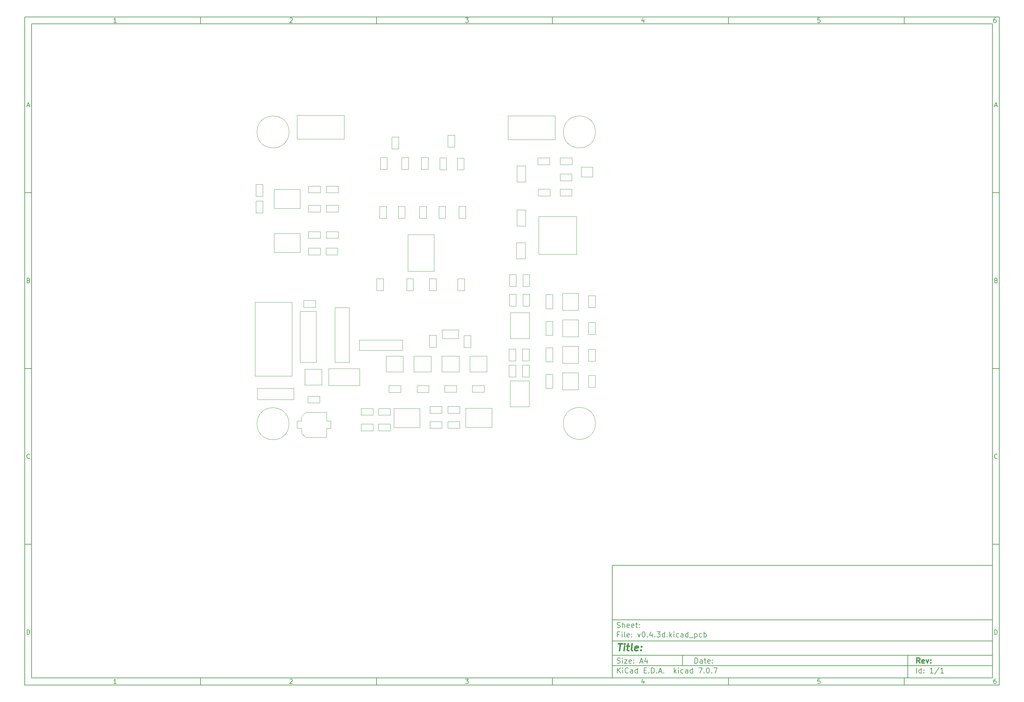
<source format=gbr>
%TF.GenerationSoftware,KiCad,Pcbnew,7.0.7*%
%TF.CreationDate,2024-10-02T11:43:54-03:00*%
%TF.ProjectId,v0.4.3d,76302e34-2e33-4642-9e6b-696361645f70,rev?*%
%TF.SameCoordinates,Original*%
%TF.FileFunction,Other,User*%
%FSLAX46Y46*%
G04 Gerber Fmt 4.6, Leading zero omitted, Abs format (unit mm)*
G04 Created by KiCad (PCBNEW 7.0.7) date 2024-10-02 11:43:54*
%MOMM*%
%LPD*%
G01*
G04 APERTURE LIST*
%ADD10C,0.100000*%
%ADD11C,0.150000*%
%ADD12C,0.300000*%
%ADD13C,0.400000*%
%ADD14C,0.050000*%
G04 APERTURE END LIST*
D10*
D11*
X177002200Y-166007200D02*
X285002200Y-166007200D01*
X285002200Y-198007200D01*
X177002200Y-198007200D01*
X177002200Y-166007200D01*
D10*
D11*
X10000000Y-10000000D02*
X287002200Y-10000000D01*
X287002200Y-200007200D01*
X10000000Y-200007200D01*
X10000000Y-10000000D01*
D10*
D11*
X12000000Y-12000000D02*
X285002200Y-12000000D01*
X285002200Y-198007200D01*
X12000000Y-198007200D01*
X12000000Y-12000000D01*
D10*
D11*
X60000000Y-12000000D02*
X60000000Y-10000000D01*
D10*
D11*
X110000000Y-12000000D02*
X110000000Y-10000000D01*
D10*
D11*
X160000000Y-12000000D02*
X160000000Y-10000000D01*
D10*
D11*
X210000000Y-12000000D02*
X210000000Y-10000000D01*
D10*
D11*
X260000000Y-12000000D02*
X260000000Y-10000000D01*
D10*
D11*
X36089160Y-11593604D02*
X35346303Y-11593604D01*
X35717731Y-11593604D02*
X35717731Y-10293604D01*
X35717731Y-10293604D02*
X35593922Y-10479319D01*
X35593922Y-10479319D02*
X35470112Y-10603128D01*
X35470112Y-10603128D02*
X35346303Y-10665033D01*
D10*
D11*
X85346303Y-10417414D02*
X85408207Y-10355509D01*
X85408207Y-10355509D02*
X85532017Y-10293604D01*
X85532017Y-10293604D02*
X85841541Y-10293604D01*
X85841541Y-10293604D02*
X85965350Y-10355509D01*
X85965350Y-10355509D02*
X86027255Y-10417414D01*
X86027255Y-10417414D02*
X86089160Y-10541223D01*
X86089160Y-10541223D02*
X86089160Y-10665033D01*
X86089160Y-10665033D02*
X86027255Y-10850747D01*
X86027255Y-10850747D02*
X85284398Y-11593604D01*
X85284398Y-11593604D02*
X86089160Y-11593604D01*
D10*
D11*
X135284398Y-10293604D02*
X136089160Y-10293604D01*
X136089160Y-10293604D02*
X135655826Y-10788842D01*
X135655826Y-10788842D02*
X135841541Y-10788842D01*
X135841541Y-10788842D02*
X135965350Y-10850747D01*
X135965350Y-10850747D02*
X136027255Y-10912652D01*
X136027255Y-10912652D02*
X136089160Y-11036461D01*
X136089160Y-11036461D02*
X136089160Y-11345985D01*
X136089160Y-11345985D02*
X136027255Y-11469795D01*
X136027255Y-11469795D02*
X135965350Y-11531700D01*
X135965350Y-11531700D02*
X135841541Y-11593604D01*
X135841541Y-11593604D02*
X135470112Y-11593604D01*
X135470112Y-11593604D02*
X135346303Y-11531700D01*
X135346303Y-11531700D02*
X135284398Y-11469795D01*
D10*
D11*
X185965350Y-10726938D02*
X185965350Y-11593604D01*
X185655826Y-10231700D02*
X185346303Y-11160271D01*
X185346303Y-11160271D02*
X186151064Y-11160271D01*
D10*
D11*
X236027255Y-10293604D02*
X235408207Y-10293604D01*
X235408207Y-10293604D02*
X235346303Y-10912652D01*
X235346303Y-10912652D02*
X235408207Y-10850747D01*
X235408207Y-10850747D02*
X235532017Y-10788842D01*
X235532017Y-10788842D02*
X235841541Y-10788842D01*
X235841541Y-10788842D02*
X235965350Y-10850747D01*
X235965350Y-10850747D02*
X236027255Y-10912652D01*
X236027255Y-10912652D02*
X236089160Y-11036461D01*
X236089160Y-11036461D02*
X236089160Y-11345985D01*
X236089160Y-11345985D02*
X236027255Y-11469795D01*
X236027255Y-11469795D02*
X235965350Y-11531700D01*
X235965350Y-11531700D02*
X235841541Y-11593604D01*
X235841541Y-11593604D02*
X235532017Y-11593604D01*
X235532017Y-11593604D02*
X235408207Y-11531700D01*
X235408207Y-11531700D02*
X235346303Y-11469795D01*
D10*
D11*
X285965350Y-10293604D02*
X285717731Y-10293604D01*
X285717731Y-10293604D02*
X285593922Y-10355509D01*
X285593922Y-10355509D02*
X285532017Y-10417414D01*
X285532017Y-10417414D02*
X285408207Y-10603128D01*
X285408207Y-10603128D02*
X285346303Y-10850747D01*
X285346303Y-10850747D02*
X285346303Y-11345985D01*
X285346303Y-11345985D02*
X285408207Y-11469795D01*
X285408207Y-11469795D02*
X285470112Y-11531700D01*
X285470112Y-11531700D02*
X285593922Y-11593604D01*
X285593922Y-11593604D02*
X285841541Y-11593604D01*
X285841541Y-11593604D02*
X285965350Y-11531700D01*
X285965350Y-11531700D02*
X286027255Y-11469795D01*
X286027255Y-11469795D02*
X286089160Y-11345985D01*
X286089160Y-11345985D02*
X286089160Y-11036461D01*
X286089160Y-11036461D02*
X286027255Y-10912652D01*
X286027255Y-10912652D02*
X285965350Y-10850747D01*
X285965350Y-10850747D02*
X285841541Y-10788842D01*
X285841541Y-10788842D02*
X285593922Y-10788842D01*
X285593922Y-10788842D02*
X285470112Y-10850747D01*
X285470112Y-10850747D02*
X285408207Y-10912652D01*
X285408207Y-10912652D02*
X285346303Y-11036461D01*
D10*
D11*
X60000000Y-198007200D02*
X60000000Y-200007200D01*
D10*
D11*
X110000000Y-198007200D02*
X110000000Y-200007200D01*
D10*
D11*
X160000000Y-198007200D02*
X160000000Y-200007200D01*
D10*
D11*
X210000000Y-198007200D02*
X210000000Y-200007200D01*
D10*
D11*
X260000000Y-198007200D02*
X260000000Y-200007200D01*
D10*
D11*
X36089160Y-199600804D02*
X35346303Y-199600804D01*
X35717731Y-199600804D02*
X35717731Y-198300804D01*
X35717731Y-198300804D02*
X35593922Y-198486519D01*
X35593922Y-198486519D02*
X35470112Y-198610328D01*
X35470112Y-198610328D02*
X35346303Y-198672233D01*
D10*
D11*
X85346303Y-198424614D02*
X85408207Y-198362709D01*
X85408207Y-198362709D02*
X85532017Y-198300804D01*
X85532017Y-198300804D02*
X85841541Y-198300804D01*
X85841541Y-198300804D02*
X85965350Y-198362709D01*
X85965350Y-198362709D02*
X86027255Y-198424614D01*
X86027255Y-198424614D02*
X86089160Y-198548423D01*
X86089160Y-198548423D02*
X86089160Y-198672233D01*
X86089160Y-198672233D02*
X86027255Y-198857947D01*
X86027255Y-198857947D02*
X85284398Y-199600804D01*
X85284398Y-199600804D02*
X86089160Y-199600804D01*
D10*
D11*
X135284398Y-198300804D02*
X136089160Y-198300804D01*
X136089160Y-198300804D02*
X135655826Y-198796042D01*
X135655826Y-198796042D02*
X135841541Y-198796042D01*
X135841541Y-198796042D02*
X135965350Y-198857947D01*
X135965350Y-198857947D02*
X136027255Y-198919852D01*
X136027255Y-198919852D02*
X136089160Y-199043661D01*
X136089160Y-199043661D02*
X136089160Y-199353185D01*
X136089160Y-199353185D02*
X136027255Y-199476995D01*
X136027255Y-199476995D02*
X135965350Y-199538900D01*
X135965350Y-199538900D02*
X135841541Y-199600804D01*
X135841541Y-199600804D02*
X135470112Y-199600804D01*
X135470112Y-199600804D02*
X135346303Y-199538900D01*
X135346303Y-199538900D02*
X135284398Y-199476995D01*
D10*
D11*
X185965350Y-198734138D02*
X185965350Y-199600804D01*
X185655826Y-198238900D02*
X185346303Y-199167471D01*
X185346303Y-199167471D02*
X186151064Y-199167471D01*
D10*
D11*
X236027255Y-198300804D02*
X235408207Y-198300804D01*
X235408207Y-198300804D02*
X235346303Y-198919852D01*
X235346303Y-198919852D02*
X235408207Y-198857947D01*
X235408207Y-198857947D02*
X235532017Y-198796042D01*
X235532017Y-198796042D02*
X235841541Y-198796042D01*
X235841541Y-198796042D02*
X235965350Y-198857947D01*
X235965350Y-198857947D02*
X236027255Y-198919852D01*
X236027255Y-198919852D02*
X236089160Y-199043661D01*
X236089160Y-199043661D02*
X236089160Y-199353185D01*
X236089160Y-199353185D02*
X236027255Y-199476995D01*
X236027255Y-199476995D02*
X235965350Y-199538900D01*
X235965350Y-199538900D02*
X235841541Y-199600804D01*
X235841541Y-199600804D02*
X235532017Y-199600804D01*
X235532017Y-199600804D02*
X235408207Y-199538900D01*
X235408207Y-199538900D02*
X235346303Y-199476995D01*
D10*
D11*
X285965350Y-198300804D02*
X285717731Y-198300804D01*
X285717731Y-198300804D02*
X285593922Y-198362709D01*
X285593922Y-198362709D02*
X285532017Y-198424614D01*
X285532017Y-198424614D02*
X285408207Y-198610328D01*
X285408207Y-198610328D02*
X285346303Y-198857947D01*
X285346303Y-198857947D02*
X285346303Y-199353185D01*
X285346303Y-199353185D02*
X285408207Y-199476995D01*
X285408207Y-199476995D02*
X285470112Y-199538900D01*
X285470112Y-199538900D02*
X285593922Y-199600804D01*
X285593922Y-199600804D02*
X285841541Y-199600804D01*
X285841541Y-199600804D02*
X285965350Y-199538900D01*
X285965350Y-199538900D02*
X286027255Y-199476995D01*
X286027255Y-199476995D02*
X286089160Y-199353185D01*
X286089160Y-199353185D02*
X286089160Y-199043661D01*
X286089160Y-199043661D02*
X286027255Y-198919852D01*
X286027255Y-198919852D02*
X285965350Y-198857947D01*
X285965350Y-198857947D02*
X285841541Y-198796042D01*
X285841541Y-198796042D02*
X285593922Y-198796042D01*
X285593922Y-198796042D02*
X285470112Y-198857947D01*
X285470112Y-198857947D02*
X285408207Y-198919852D01*
X285408207Y-198919852D02*
X285346303Y-199043661D01*
D10*
D11*
X10000000Y-60000000D02*
X12000000Y-60000000D01*
D10*
D11*
X10000000Y-110000000D02*
X12000000Y-110000000D01*
D10*
D11*
X10000000Y-160000000D02*
X12000000Y-160000000D01*
D10*
D11*
X10690476Y-35222176D02*
X11309523Y-35222176D01*
X10566666Y-35593604D02*
X10999999Y-34293604D01*
X10999999Y-34293604D02*
X11433333Y-35593604D01*
D10*
D11*
X11092857Y-84912652D02*
X11278571Y-84974557D01*
X11278571Y-84974557D02*
X11340476Y-85036461D01*
X11340476Y-85036461D02*
X11402380Y-85160271D01*
X11402380Y-85160271D02*
X11402380Y-85345985D01*
X11402380Y-85345985D02*
X11340476Y-85469795D01*
X11340476Y-85469795D02*
X11278571Y-85531700D01*
X11278571Y-85531700D02*
X11154761Y-85593604D01*
X11154761Y-85593604D02*
X10659523Y-85593604D01*
X10659523Y-85593604D02*
X10659523Y-84293604D01*
X10659523Y-84293604D02*
X11092857Y-84293604D01*
X11092857Y-84293604D02*
X11216666Y-84355509D01*
X11216666Y-84355509D02*
X11278571Y-84417414D01*
X11278571Y-84417414D02*
X11340476Y-84541223D01*
X11340476Y-84541223D02*
X11340476Y-84665033D01*
X11340476Y-84665033D02*
X11278571Y-84788842D01*
X11278571Y-84788842D02*
X11216666Y-84850747D01*
X11216666Y-84850747D02*
X11092857Y-84912652D01*
X11092857Y-84912652D02*
X10659523Y-84912652D01*
D10*
D11*
X11402380Y-135469795D02*
X11340476Y-135531700D01*
X11340476Y-135531700D02*
X11154761Y-135593604D01*
X11154761Y-135593604D02*
X11030952Y-135593604D01*
X11030952Y-135593604D02*
X10845238Y-135531700D01*
X10845238Y-135531700D02*
X10721428Y-135407890D01*
X10721428Y-135407890D02*
X10659523Y-135284080D01*
X10659523Y-135284080D02*
X10597619Y-135036461D01*
X10597619Y-135036461D02*
X10597619Y-134850747D01*
X10597619Y-134850747D02*
X10659523Y-134603128D01*
X10659523Y-134603128D02*
X10721428Y-134479319D01*
X10721428Y-134479319D02*
X10845238Y-134355509D01*
X10845238Y-134355509D02*
X11030952Y-134293604D01*
X11030952Y-134293604D02*
X11154761Y-134293604D01*
X11154761Y-134293604D02*
X11340476Y-134355509D01*
X11340476Y-134355509D02*
X11402380Y-134417414D01*
D10*
D11*
X10659523Y-185593604D02*
X10659523Y-184293604D01*
X10659523Y-184293604D02*
X10969047Y-184293604D01*
X10969047Y-184293604D02*
X11154761Y-184355509D01*
X11154761Y-184355509D02*
X11278571Y-184479319D01*
X11278571Y-184479319D02*
X11340476Y-184603128D01*
X11340476Y-184603128D02*
X11402380Y-184850747D01*
X11402380Y-184850747D02*
X11402380Y-185036461D01*
X11402380Y-185036461D02*
X11340476Y-185284080D01*
X11340476Y-185284080D02*
X11278571Y-185407890D01*
X11278571Y-185407890D02*
X11154761Y-185531700D01*
X11154761Y-185531700D02*
X10969047Y-185593604D01*
X10969047Y-185593604D02*
X10659523Y-185593604D01*
D10*
D11*
X287002200Y-60000000D02*
X285002200Y-60000000D01*
D10*
D11*
X287002200Y-110000000D02*
X285002200Y-110000000D01*
D10*
D11*
X287002200Y-160000000D02*
X285002200Y-160000000D01*
D10*
D11*
X285692676Y-35222176D02*
X286311723Y-35222176D01*
X285568866Y-35593604D02*
X286002199Y-34293604D01*
X286002199Y-34293604D02*
X286435533Y-35593604D01*
D10*
D11*
X286095057Y-84912652D02*
X286280771Y-84974557D01*
X286280771Y-84974557D02*
X286342676Y-85036461D01*
X286342676Y-85036461D02*
X286404580Y-85160271D01*
X286404580Y-85160271D02*
X286404580Y-85345985D01*
X286404580Y-85345985D02*
X286342676Y-85469795D01*
X286342676Y-85469795D02*
X286280771Y-85531700D01*
X286280771Y-85531700D02*
X286156961Y-85593604D01*
X286156961Y-85593604D02*
X285661723Y-85593604D01*
X285661723Y-85593604D02*
X285661723Y-84293604D01*
X285661723Y-84293604D02*
X286095057Y-84293604D01*
X286095057Y-84293604D02*
X286218866Y-84355509D01*
X286218866Y-84355509D02*
X286280771Y-84417414D01*
X286280771Y-84417414D02*
X286342676Y-84541223D01*
X286342676Y-84541223D02*
X286342676Y-84665033D01*
X286342676Y-84665033D02*
X286280771Y-84788842D01*
X286280771Y-84788842D02*
X286218866Y-84850747D01*
X286218866Y-84850747D02*
X286095057Y-84912652D01*
X286095057Y-84912652D02*
X285661723Y-84912652D01*
D10*
D11*
X286404580Y-135469795D02*
X286342676Y-135531700D01*
X286342676Y-135531700D02*
X286156961Y-135593604D01*
X286156961Y-135593604D02*
X286033152Y-135593604D01*
X286033152Y-135593604D02*
X285847438Y-135531700D01*
X285847438Y-135531700D02*
X285723628Y-135407890D01*
X285723628Y-135407890D02*
X285661723Y-135284080D01*
X285661723Y-135284080D02*
X285599819Y-135036461D01*
X285599819Y-135036461D02*
X285599819Y-134850747D01*
X285599819Y-134850747D02*
X285661723Y-134603128D01*
X285661723Y-134603128D02*
X285723628Y-134479319D01*
X285723628Y-134479319D02*
X285847438Y-134355509D01*
X285847438Y-134355509D02*
X286033152Y-134293604D01*
X286033152Y-134293604D02*
X286156961Y-134293604D01*
X286156961Y-134293604D02*
X286342676Y-134355509D01*
X286342676Y-134355509D02*
X286404580Y-134417414D01*
D10*
D11*
X285661723Y-185593604D02*
X285661723Y-184293604D01*
X285661723Y-184293604D02*
X285971247Y-184293604D01*
X285971247Y-184293604D02*
X286156961Y-184355509D01*
X286156961Y-184355509D02*
X286280771Y-184479319D01*
X286280771Y-184479319D02*
X286342676Y-184603128D01*
X286342676Y-184603128D02*
X286404580Y-184850747D01*
X286404580Y-184850747D02*
X286404580Y-185036461D01*
X286404580Y-185036461D02*
X286342676Y-185284080D01*
X286342676Y-185284080D02*
X286280771Y-185407890D01*
X286280771Y-185407890D02*
X286156961Y-185531700D01*
X286156961Y-185531700D02*
X285971247Y-185593604D01*
X285971247Y-185593604D02*
X285661723Y-185593604D01*
D10*
D11*
X200458026Y-193793328D02*
X200458026Y-192293328D01*
X200458026Y-192293328D02*
X200815169Y-192293328D01*
X200815169Y-192293328D02*
X201029455Y-192364757D01*
X201029455Y-192364757D02*
X201172312Y-192507614D01*
X201172312Y-192507614D02*
X201243741Y-192650471D01*
X201243741Y-192650471D02*
X201315169Y-192936185D01*
X201315169Y-192936185D02*
X201315169Y-193150471D01*
X201315169Y-193150471D02*
X201243741Y-193436185D01*
X201243741Y-193436185D02*
X201172312Y-193579042D01*
X201172312Y-193579042D02*
X201029455Y-193721900D01*
X201029455Y-193721900D02*
X200815169Y-193793328D01*
X200815169Y-193793328D02*
X200458026Y-193793328D01*
X202600884Y-193793328D02*
X202600884Y-193007614D01*
X202600884Y-193007614D02*
X202529455Y-192864757D01*
X202529455Y-192864757D02*
X202386598Y-192793328D01*
X202386598Y-192793328D02*
X202100884Y-192793328D01*
X202100884Y-192793328D02*
X201958026Y-192864757D01*
X202600884Y-193721900D02*
X202458026Y-193793328D01*
X202458026Y-193793328D02*
X202100884Y-193793328D01*
X202100884Y-193793328D02*
X201958026Y-193721900D01*
X201958026Y-193721900D02*
X201886598Y-193579042D01*
X201886598Y-193579042D02*
X201886598Y-193436185D01*
X201886598Y-193436185D02*
X201958026Y-193293328D01*
X201958026Y-193293328D02*
X202100884Y-193221900D01*
X202100884Y-193221900D02*
X202458026Y-193221900D01*
X202458026Y-193221900D02*
X202600884Y-193150471D01*
X203100884Y-192793328D02*
X203672312Y-192793328D01*
X203315169Y-192293328D02*
X203315169Y-193579042D01*
X203315169Y-193579042D02*
X203386598Y-193721900D01*
X203386598Y-193721900D02*
X203529455Y-193793328D01*
X203529455Y-193793328D02*
X203672312Y-193793328D01*
X204743741Y-193721900D02*
X204600884Y-193793328D01*
X204600884Y-193793328D02*
X204315170Y-193793328D01*
X204315170Y-193793328D02*
X204172312Y-193721900D01*
X204172312Y-193721900D02*
X204100884Y-193579042D01*
X204100884Y-193579042D02*
X204100884Y-193007614D01*
X204100884Y-193007614D02*
X204172312Y-192864757D01*
X204172312Y-192864757D02*
X204315170Y-192793328D01*
X204315170Y-192793328D02*
X204600884Y-192793328D01*
X204600884Y-192793328D02*
X204743741Y-192864757D01*
X204743741Y-192864757D02*
X204815170Y-193007614D01*
X204815170Y-193007614D02*
X204815170Y-193150471D01*
X204815170Y-193150471D02*
X204100884Y-193293328D01*
X205458026Y-193650471D02*
X205529455Y-193721900D01*
X205529455Y-193721900D02*
X205458026Y-193793328D01*
X205458026Y-193793328D02*
X205386598Y-193721900D01*
X205386598Y-193721900D02*
X205458026Y-193650471D01*
X205458026Y-193650471D02*
X205458026Y-193793328D01*
X205458026Y-192864757D02*
X205529455Y-192936185D01*
X205529455Y-192936185D02*
X205458026Y-193007614D01*
X205458026Y-193007614D02*
X205386598Y-192936185D01*
X205386598Y-192936185D02*
X205458026Y-192864757D01*
X205458026Y-192864757D02*
X205458026Y-193007614D01*
D10*
D11*
X177002200Y-194507200D02*
X285002200Y-194507200D01*
D10*
D11*
X178458026Y-196593328D02*
X178458026Y-195093328D01*
X179315169Y-196593328D02*
X178672312Y-195736185D01*
X179315169Y-195093328D02*
X178458026Y-195950471D01*
X179958026Y-196593328D02*
X179958026Y-195593328D01*
X179958026Y-195093328D02*
X179886598Y-195164757D01*
X179886598Y-195164757D02*
X179958026Y-195236185D01*
X179958026Y-195236185D02*
X180029455Y-195164757D01*
X180029455Y-195164757D02*
X179958026Y-195093328D01*
X179958026Y-195093328D02*
X179958026Y-195236185D01*
X181529455Y-196450471D02*
X181458027Y-196521900D01*
X181458027Y-196521900D02*
X181243741Y-196593328D01*
X181243741Y-196593328D02*
X181100884Y-196593328D01*
X181100884Y-196593328D02*
X180886598Y-196521900D01*
X180886598Y-196521900D02*
X180743741Y-196379042D01*
X180743741Y-196379042D02*
X180672312Y-196236185D01*
X180672312Y-196236185D02*
X180600884Y-195950471D01*
X180600884Y-195950471D02*
X180600884Y-195736185D01*
X180600884Y-195736185D02*
X180672312Y-195450471D01*
X180672312Y-195450471D02*
X180743741Y-195307614D01*
X180743741Y-195307614D02*
X180886598Y-195164757D01*
X180886598Y-195164757D02*
X181100884Y-195093328D01*
X181100884Y-195093328D02*
X181243741Y-195093328D01*
X181243741Y-195093328D02*
X181458027Y-195164757D01*
X181458027Y-195164757D02*
X181529455Y-195236185D01*
X182815170Y-196593328D02*
X182815170Y-195807614D01*
X182815170Y-195807614D02*
X182743741Y-195664757D01*
X182743741Y-195664757D02*
X182600884Y-195593328D01*
X182600884Y-195593328D02*
X182315170Y-195593328D01*
X182315170Y-195593328D02*
X182172312Y-195664757D01*
X182815170Y-196521900D02*
X182672312Y-196593328D01*
X182672312Y-196593328D02*
X182315170Y-196593328D01*
X182315170Y-196593328D02*
X182172312Y-196521900D01*
X182172312Y-196521900D02*
X182100884Y-196379042D01*
X182100884Y-196379042D02*
X182100884Y-196236185D01*
X182100884Y-196236185D02*
X182172312Y-196093328D01*
X182172312Y-196093328D02*
X182315170Y-196021900D01*
X182315170Y-196021900D02*
X182672312Y-196021900D01*
X182672312Y-196021900D02*
X182815170Y-195950471D01*
X184172313Y-196593328D02*
X184172313Y-195093328D01*
X184172313Y-196521900D02*
X184029455Y-196593328D01*
X184029455Y-196593328D02*
X183743741Y-196593328D01*
X183743741Y-196593328D02*
X183600884Y-196521900D01*
X183600884Y-196521900D02*
X183529455Y-196450471D01*
X183529455Y-196450471D02*
X183458027Y-196307614D01*
X183458027Y-196307614D02*
X183458027Y-195879042D01*
X183458027Y-195879042D02*
X183529455Y-195736185D01*
X183529455Y-195736185D02*
X183600884Y-195664757D01*
X183600884Y-195664757D02*
X183743741Y-195593328D01*
X183743741Y-195593328D02*
X184029455Y-195593328D01*
X184029455Y-195593328D02*
X184172313Y-195664757D01*
X186029455Y-195807614D02*
X186529455Y-195807614D01*
X186743741Y-196593328D02*
X186029455Y-196593328D01*
X186029455Y-196593328D02*
X186029455Y-195093328D01*
X186029455Y-195093328D02*
X186743741Y-195093328D01*
X187386598Y-196450471D02*
X187458027Y-196521900D01*
X187458027Y-196521900D02*
X187386598Y-196593328D01*
X187386598Y-196593328D02*
X187315170Y-196521900D01*
X187315170Y-196521900D02*
X187386598Y-196450471D01*
X187386598Y-196450471D02*
X187386598Y-196593328D01*
X188100884Y-196593328D02*
X188100884Y-195093328D01*
X188100884Y-195093328D02*
X188458027Y-195093328D01*
X188458027Y-195093328D02*
X188672313Y-195164757D01*
X188672313Y-195164757D02*
X188815170Y-195307614D01*
X188815170Y-195307614D02*
X188886599Y-195450471D01*
X188886599Y-195450471D02*
X188958027Y-195736185D01*
X188958027Y-195736185D02*
X188958027Y-195950471D01*
X188958027Y-195950471D02*
X188886599Y-196236185D01*
X188886599Y-196236185D02*
X188815170Y-196379042D01*
X188815170Y-196379042D02*
X188672313Y-196521900D01*
X188672313Y-196521900D02*
X188458027Y-196593328D01*
X188458027Y-196593328D02*
X188100884Y-196593328D01*
X189600884Y-196450471D02*
X189672313Y-196521900D01*
X189672313Y-196521900D02*
X189600884Y-196593328D01*
X189600884Y-196593328D02*
X189529456Y-196521900D01*
X189529456Y-196521900D02*
X189600884Y-196450471D01*
X189600884Y-196450471D02*
X189600884Y-196593328D01*
X190243742Y-196164757D02*
X190958028Y-196164757D01*
X190100885Y-196593328D02*
X190600885Y-195093328D01*
X190600885Y-195093328D02*
X191100885Y-196593328D01*
X191600884Y-196450471D02*
X191672313Y-196521900D01*
X191672313Y-196521900D02*
X191600884Y-196593328D01*
X191600884Y-196593328D02*
X191529456Y-196521900D01*
X191529456Y-196521900D02*
X191600884Y-196450471D01*
X191600884Y-196450471D02*
X191600884Y-196593328D01*
X194600884Y-196593328D02*
X194600884Y-195093328D01*
X194743742Y-196021900D02*
X195172313Y-196593328D01*
X195172313Y-195593328D02*
X194600884Y-196164757D01*
X195815170Y-196593328D02*
X195815170Y-195593328D01*
X195815170Y-195093328D02*
X195743742Y-195164757D01*
X195743742Y-195164757D02*
X195815170Y-195236185D01*
X195815170Y-195236185D02*
X195886599Y-195164757D01*
X195886599Y-195164757D02*
X195815170Y-195093328D01*
X195815170Y-195093328D02*
X195815170Y-195236185D01*
X197172314Y-196521900D02*
X197029456Y-196593328D01*
X197029456Y-196593328D02*
X196743742Y-196593328D01*
X196743742Y-196593328D02*
X196600885Y-196521900D01*
X196600885Y-196521900D02*
X196529456Y-196450471D01*
X196529456Y-196450471D02*
X196458028Y-196307614D01*
X196458028Y-196307614D02*
X196458028Y-195879042D01*
X196458028Y-195879042D02*
X196529456Y-195736185D01*
X196529456Y-195736185D02*
X196600885Y-195664757D01*
X196600885Y-195664757D02*
X196743742Y-195593328D01*
X196743742Y-195593328D02*
X197029456Y-195593328D01*
X197029456Y-195593328D02*
X197172314Y-195664757D01*
X198458028Y-196593328D02*
X198458028Y-195807614D01*
X198458028Y-195807614D02*
X198386599Y-195664757D01*
X198386599Y-195664757D02*
X198243742Y-195593328D01*
X198243742Y-195593328D02*
X197958028Y-195593328D01*
X197958028Y-195593328D02*
X197815170Y-195664757D01*
X198458028Y-196521900D02*
X198315170Y-196593328D01*
X198315170Y-196593328D02*
X197958028Y-196593328D01*
X197958028Y-196593328D02*
X197815170Y-196521900D01*
X197815170Y-196521900D02*
X197743742Y-196379042D01*
X197743742Y-196379042D02*
X197743742Y-196236185D01*
X197743742Y-196236185D02*
X197815170Y-196093328D01*
X197815170Y-196093328D02*
X197958028Y-196021900D01*
X197958028Y-196021900D02*
X198315170Y-196021900D01*
X198315170Y-196021900D02*
X198458028Y-195950471D01*
X199815171Y-196593328D02*
X199815171Y-195093328D01*
X199815171Y-196521900D02*
X199672313Y-196593328D01*
X199672313Y-196593328D02*
X199386599Y-196593328D01*
X199386599Y-196593328D02*
X199243742Y-196521900D01*
X199243742Y-196521900D02*
X199172313Y-196450471D01*
X199172313Y-196450471D02*
X199100885Y-196307614D01*
X199100885Y-196307614D02*
X199100885Y-195879042D01*
X199100885Y-195879042D02*
X199172313Y-195736185D01*
X199172313Y-195736185D02*
X199243742Y-195664757D01*
X199243742Y-195664757D02*
X199386599Y-195593328D01*
X199386599Y-195593328D02*
X199672313Y-195593328D01*
X199672313Y-195593328D02*
X199815171Y-195664757D01*
X201529456Y-195093328D02*
X202529456Y-195093328D01*
X202529456Y-195093328D02*
X201886599Y-196593328D01*
X203100884Y-196450471D02*
X203172313Y-196521900D01*
X203172313Y-196521900D02*
X203100884Y-196593328D01*
X203100884Y-196593328D02*
X203029456Y-196521900D01*
X203029456Y-196521900D02*
X203100884Y-196450471D01*
X203100884Y-196450471D02*
X203100884Y-196593328D01*
X204100885Y-195093328D02*
X204243742Y-195093328D01*
X204243742Y-195093328D02*
X204386599Y-195164757D01*
X204386599Y-195164757D02*
X204458028Y-195236185D01*
X204458028Y-195236185D02*
X204529456Y-195379042D01*
X204529456Y-195379042D02*
X204600885Y-195664757D01*
X204600885Y-195664757D02*
X204600885Y-196021900D01*
X204600885Y-196021900D02*
X204529456Y-196307614D01*
X204529456Y-196307614D02*
X204458028Y-196450471D01*
X204458028Y-196450471D02*
X204386599Y-196521900D01*
X204386599Y-196521900D02*
X204243742Y-196593328D01*
X204243742Y-196593328D02*
X204100885Y-196593328D01*
X204100885Y-196593328D02*
X203958028Y-196521900D01*
X203958028Y-196521900D02*
X203886599Y-196450471D01*
X203886599Y-196450471D02*
X203815170Y-196307614D01*
X203815170Y-196307614D02*
X203743742Y-196021900D01*
X203743742Y-196021900D02*
X203743742Y-195664757D01*
X203743742Y-195664757D02*
X203815170Y-195379042D01*
X203815170Y-195379042D02*
X203886599Y-195236185D01*
X203886599Y-195236185D02*
X203958028Y-195164757D01*
X203958028Y-195164757D02*
X204100885Y-195093328D01*
X205243741Y-196450471D02*
X205315170Y-196521900D01*
X205315170Y-196521900D02*
X205243741Y-196593328D01*
X205243741Y-196593328D02*
X205172313Y-196521900D01*
X205172313Y-196521900D02*
X205243741Y-196450471D01*
X205243741Y-196450471D02*
X205243741Y-196593328D01*
X205815170Y-195093328D02*
X206815170Y-195093328D01*
X206815170Y-195093328D02*
X206172313Y-196593328D01*
D10*
D11*
X177002200Y-191507200D02*
X285002200Y-191507200D01*
D10*
D12*
X264413853Y-193785528D02*
X263913853Y-193071242D01*
X263556710Y-193785528D02*
X263556710Y-192285528D01*
X263556710Y-192285528D02*
X264128139Y-192285528D01*
X264128139Y-192285528D02*
X264270996Y-192356957D01*
X264270996Y-192356957D02*
X264342425Y-192428385D01*
X264342425Y-192428385D02*
X264413853Y-192571242D01*
X264413853Y-192571242D02*
X264413853Y-192785528D01*
X264413853Y-192785528D02*
X264342425Y-192928385D01*
X264342425Y-192928385D02*
X264270996Y-192999814D01*
X264270996Y-192999814D02*
X264128139Y-193071242D01*
X264128139Y-193071242D02*
X263556710Y-193071242D01*
X265628139Y-193714100D02*
X265485282Y-193785528D01*
X265485282Y-193785528D02*
X265199568Y-193785528D01*
X265199568Y-193785528D02*
X265056710Y-193714100D01*
X265056710Y-193714100D02*
X264985282Y-193571242D01*
X264985282Y-193571242D02*
X264985282Y-192999814D01*
X264985282Y-192999814D02*
X265056710Y-192856957D01*
X265056710Y-192856957D02*
X265199568Y-192785528D01*
X265199568Y-192785528D02*
X265485282Y-192785528D01*
X265485282Y-192785528D02*
X265628139Y-192856957D01*
X265628139Y-192856957D02*
X265699568Y-192999814D01*
X265699568Y-192999814D02*
X265699568Y-193142671D01*
X265699568Y-193142671D02*
X264985282Y-193285528D01*
X266199567Y-192785528D02*
X266556710Y-193785528D01*
X266556710Y-193785528D02*
X266913853Y-192785528D01*
X267485281Y-193642671D02*
X267556710Y-193714100D01*
X267556710Y-193714100D02*
X267485281Y-193785528D01*
X267485281Y-193785528D02*
X267413853Y-193714100D01*
X267413853Y-193714100D02*
X267485281Y-193642671D01*
X267485281Y-193642671D02*
X267485281Y-193785528D01*
X267485281Y-192856957D02*
X267556710Y-192928385D01*
X267556710Y-192928385D02*
X267485281Y-192999814D01*
X267485281Y-192999814D02*
X267413853Y-192928385D01*
X267413853Y-192928385D02*
X267485281Y-192856957D01*
X267485281Y-192856957D02*
X267485281Y-192999814D01*
D10*
D11*
X178386598Y-193721900D02*
X178600884Y-193793328D01*
X178600884Y-193793328D02*
X178958026Y-193793328D01*
X178958026Y-193793328D02*
X179100884Y-193721900D01*
X179100884Y-193721900D02*
X179172312Y-193650471D01*
X179172312Y-193650471D02*
X179243741Y-193507614D01*
X179243741Y-193507614D02*
X179243741Y-193364757D01*
X179243741Y-193364757D02*
X179172312Y-193221900D01*
X179172312Y-193221900D02*
X179100884Y-193150471D01*
X179100884Y-193150471D02*
X178958026Y-193079042D01*
X178958026Y-193079042D02*
X178672312Y-193007614D01*
X178672312Y-193007614D02*
X178529455Y-192936185D01*
X178529455Y-192936185D02*
X178458026Y-192864757D01*
X178458026Y-192864757D02*
X178386598Y-192721900D01*
X178386598Y-192721900D02*
X178386598Y-192579042D01*
X178386598Y-192579042D02*
X178458026Y-192436185D01*
X178458026Y-192436185D02*
X178529455Y-192364757D01*
X178529455Y-192364757D02*
X178672312Y-192293328D01*
X178672312Y-192293328D02*
X179029455Y-192293328D01*
X179029455Y-192293328D02*
X179243741Y-192364757D01*
X179886597Y-193793328D02*
X179886597Y-192793328D01*
X179886597Y-192293328D02*
X179815169Y-192364757D01*
X179815169Y-192364757D02*
X179886597Y-192436185D01*
X179886597Y-192436185D02*
X179958026Y-192364757D01*
X179958026Y-192364757D02*
X179886597Y-192293328D01*
X179886597Y-192293328D02*
X179886597Y-192436185D01*
X180458026Y-192793328D02*
X181243741Y-192793328D01*
X181243741Y-192793328D02*
X180458026Y-193793328D01*
X180458026Y-193793328D02*
X181243741Y-193793328D01*
X182386598Y-193721900D02*
X182243741Y-193793328D01*
X182243741Y-193793328D02*
X181958027Y-193793328D01*
X181958027Y-193793328D02*
X181815169Y-193721900D01*
X181815169Y-193721900D02*
X181743741Y-193579042D01*
X181743741Y-193579042D02*
X181743741Y-193007614D01*
X181743741Y-193007614D02*
X181815169Y-192864757D01*
X181815169Y-192864757D02*
X181958027Y-192793328D01*
X181958027Y-192793328D02*
X182243741Y-192793328D01*
X182243741Y-192793328D02*
X182386598Y-192864757D01*
X182386598Y-192864757D02*
X182458027Y-193007614D01*
X182458027Y-193007614D02*
X182458027Y-193150471D01*
X182458027Y-193150471D02*
X181743741Y-193293328D01*
X183100883Y-193650471D02*
X183172312Y-193721900D01*
X183172312Y-193721900D02*
X183100883Y-193793328D01*
X183100883Y-193793328D02*
X183029455Y-193721900D01*
X183029455Y-193721900D02*
X183100883Y-193650471D01*
X183100883Y-193650471D02*
X183100883Y-193793328D01*
X183100883Y-192864757D02*
X183172312Y-192936185D01*
X183172312Y-192936185D02*
X183100883Y-193007614D01*
X183100883Y-193007614D02*
X183029455Y-192936185D01*
X183029455Y-192936185D02*
X183100883Y-192864757D01*
X183100883Y-192864757D02*
X183100883Y-193007614D01*
X184886598Y-193364757D02*
X185600884Y-193364757D01*
X184743741Y-193793328D02*
X185243741Y-192293328D01*
X185243741Y-192293328D02*
X185743741Y-193793328D01*
X186886598Y-192793328D02*
X186886598Y-193793328D01*
X186529455Y-192221900D02*
X186172312Y-193293328D01*
X186172312Y-193293328D02*
X187100883Y-193293328D01*
D10*
D11*
X263458026Y-196593328D02*
X263458026Y-195093328D01*
X264815170Y-196593328D02*
X264815170Y-195093328D01*
X264815170Y-196521900D02*
X264672312Y-196593328D01*
X264672312Y-196593328D02*
X264386598Y-196593328D01*
X264386598Y-196593328D02*
X264243741Y-196521900D01*
X264243741Y-196521900D02*
X264172312Y-196450471D01*
X264172312Y-196450471D02*
X264100884Y-196307614D01*
X264100884Y-196307614D02*
X264100884Y-195879042D01*
X264100884Y-195879042D02*
X264172312Y-195736185D01*
X264172312Y-195736185D02*
X264243741Y-195664757D01*
X264243741Y-195664757D02*
X264386598Y-195593328D01*
X264386598Y-195593328D02*
X264672312Y-195593328D01*
X264672312Y-195593328D02*
X264815170Y-195664757D01*
X265529455Y-196450471D02*
X265600884Y-196521900D01*
X265600884Y-196521900D02*
X265529455Y-196593328D01*
X265529455Y-196593328D02*
X265458027Y-196521900D01*
X265458027Y-196521900D02*
X265529455Y-196450471D01*
X265529455Y-196450471D02*
X265529455Y-196593328D01*
X265529455Y-195664757D02*
X265600884Y-195736185D01*
X265600884Y-195736185D02*
X265529455Y-195807614D01*
X265529455Y-195807614D02*
X265458027Y-195736185D01*
X265458027Y-195736185D02*
X265529455Y-195664757D01*
X265529455Y-195664757D02*
X265529455Y-195807614D01*
X268172313Y-196593328D02*
X267315170Y-196593328D01*
X267743741Y-196593328D02*
X267743741Y-195093328D01*
X267743741Y-195093328D02*
X267600884Y-195307614D01*
X267600884Y-195307614D02*
X267458027Y-195450471D01*
X267458027Y-195450471D02*
X267315170Y-195521900D01*
X269886598Y-195021900D02*
X268600884Y-196950471D01*
X271172313Y-196593328D02*
X270315170Y-196593328D01*
X270743741Y-196593328D02*
X270743741Y-195093328D01*
X270743741Y-195093328D02*
X270600884Y-195307614D01*
X270600884Y-195307614D02*
X270458027Y-195450471D01*
X270458027Y-195450471D02*
X270315170Y-195521900D01*
D10*
D11*
X177002200Y-187507200D02*
X285002200Y-187507200D01*
D10*
D13*
X178693928Y-188211638D02*
X179836785Y-188211638D01*
X179015357Y-190211638D02*
X179265357Y-188211638D01*
X180253452Y-190211638D02*
X180420119Y-188878304D01*
X180503452Y-188211638D02*
X180396309Y-188306876D01*
X180396309Y-188306876D02*
X180479643Y-188402114D01*
X180479643Y-188402114D02*
X180586786Y-188306876D01*
X180586786Y-188306876D02*
X180503452Y-188211638D01*
X180503452Y-188211638D02*
X180479643Y-188402114D01*
X181086786Y-188878304D02*
X181848690Y-188878304D01*
X181455833Y-188211638D02*
X181241548Y-189925923D01*
X181241548Y-189925923D02*
X181312976Y-190116400D01*
X181312976Y-190116400D02*
X181491548Y-190211638D01*
X181491548Y-190211638D02*
X181682024Y-190211638D01*
X182634405Y-190211638D02*
X182455833Y-190116400D01*
X182455833Y-190116400D02*
X182384405Y-189925923D01*
X182384405Y-189925923D02*
X182598690Y-188211638D01*
X184170119Y-190116400D02*
X183967738Y-190211638D01*
X183967738Y-190211638D02*
X183586785Y-190211638D01*
X183586785Y-190211638D02*
X183408214Y-190116400D01*
X183408214Y-190116400D02*
X183336785Y-189925923D01*
X183336785Y-189925923D02*
X183432024Y-189164019D01*
X183432024Y-189164019D02*
X183551071Y-188973542D01*
X183551071Y-188973542D02*
X183753452Y-188878304D01*
X183753452Y-188878304D02*
X184134404Y-188878304D01*
X184134404Y-188878304D02*
X184312976Y-188973542D01*
X184312976Y-188973542D02*
X184384404Y-189164019D01*
X184384404Y-189164019D02*
X184360595Y-189354495D01*
X184360595Y-189354495D02*
X183384404Y-189544971D01*
X185134405Y-190021161D02*
X185217738Y-190116400D01*
X185217738Y-190116400D02*
X185110595Y-190211638D01*
X185110595Y-190211638D02*
X185027262Y-190116400D01*
X185027262Y-190116400D02*
X185134405Y-190021161D01*
X185134405Y-190021161D02*
X185110595Y-190211638D01*
X185265357Y-188973542D02*
X185348690Y-189068780D01*
X185348690Y-189068780D02*
X185241548Y-189164019D01*
X185241548Y-189164019D02*
X185158214Y-189068780D01*
X185158214Y-189068780D02*
X185265357Y-188973542D01*
X185265357Y-188973542D02*
X185241548Y-189164019D01*
D10*
D11*
X178958026Y-185607614D02*
X178458026Y-185607614D01*
X178458026Y-186393328D02*
X178458026Y-184893328D01*
X178458026Y-184893328D02*
X179172312Y-184893328D01*
X179743740Y-186393328D02*
X179743740Y-185393328D01*
X179743740Y-184893328D02*
X179672312Y-184964757D01*
X179672312Y-184964757D02*
X179743740Y-185036185D01*
X179743740Y-185036185D02*
X179815169Y-184964757D01*
X179815169Y-184964757D02*
X179743740Y-184893328D01*
X179743740Y-184893328D02*
X179743740Y-185036185D01*
X180672312Y-186393328D02*
X180529455Y-186321900D01*
X180529455Y-186321900D02*
X180458026Y-186179042D01*
X180458026Y-186179042D02*
X180458026Y-184893328D01*
X181815169Y-186321900D02*
X181672312Y-186393328D01*
X181672312Y-186393328D02*
X181386598Y-186393328D01*
X181386598Y-186393328D02*
X181243740Y-186321900D01*
X181243740Y-186321900D02*
X181172312Y-186179042D01*
X181172312Y-186179042D02*
X181172312Y-185607614D01*
X181172312Y-185607614D02*
X181243740Y-185464757D01*
X181243740Y-185464757D02*
X181386598Y-185393328D01*
X181386598Y-185393328D02*
X181672312Y-185393328D01*
X181672312Y-185393328D02*
X181815169Y-185464757D01*
X181815169Y-185464757D02*
X181886598Y-185607614D01*
X181886598Y-185607614D02*
X181886598Y-185750471D01*
X181886598Y-185750471D02*
X181172312Y-185893328D01*
X182529454Y-186250471D02*
X182600883Y-186321900D01*
X182600883Y-186321900D02*
X182529454Y-186393328D01*
X182529454Y-186393328D02*
X182458026Y-186321900D01*
X182458026Y-186321900D02*
X182529454Y-186250471D01*
X182529454Y-186250471D02*
X182529454Y-186393328D01*
X182529454Y-185464757D02*
X182600883Y-185536185D01*
X182600883Y-185536185D02*
X182529454Y-185607614D01*
X182529454Y-185607614D02*
X182458026Y-185536185D01*
X182458026Y-185536185D02*
X182529454Y-185464757D01*
X182529454Y-185464757D02*
X182529454Y-185607614D01*
X184243740Y-185393328D02*
X184600883Y-186393328D01*
X184600883Y-186393328D02*
X184958026Y-185393328D01*
X185815169Y-184893328D02*
X185958026Y-184893328D01*
X185958026Y-184893328D02*
X186100883Y-184964757D01*
X186100883Y-184964757D02*
X186172312Y-185036185D01*
X186172312Y-185036185D02*
X186243740Y-185179042D01*
X186243740Y-185179042D02*
X186315169Y-185464757D01*
X186315169Y-185464757D02*
X186315169Y-185821900D01*
X186315169Y-185821900D02*
X186243740Y-186107614D01*
X186243740Y-186107614D02*
X186172312Y-186250471D01*
X186172312Y-186250471D02*
X186100883Y-186321900D01*
X186100883Y-186321900D02*
X185958026Y-186393328D01*
X185958026Y-186393328D02*
X185815169Y-186393328D01*
X185815169Y-186393328D02*
X185672312Y-186321900D01*
X185672312Y-186321900D02*
X185600883Y-186250471D01*
X185600883Y-186250471D02*
X185529454Y-186107614D01*
X185529454Y-186107614D02*
X185458026Y-185821900D01*
X185458026Y-185821900D02*
X185458026Y-185464757D01*
X185458026Y-185464757D02*
X185529454Y-185179042D01*
X185529454Y-185179042D02*
X185600883Y-185036185D01*
X185600883Y-185036185D02*
X185672312Y-184964757D01*
X185672312Y-184964757D02*
X185815169Y-184893328D01*
X186958025Y-186250471D02*
X187029454Y-186321900D01*
X187029454Y-186321900D02*
X186958025Y-186393328D01*
X186958025Y-186393328D02*
X186886597Y-186321900D01*
X186886597Y-186321900D02*
X186958025Y-186250471D01*
X186958025Y-186250471D02*
X186958025Y-186393328D01*
X188315169Y-185393328D02*
X188315169Y-186393328D01*
X187958026Y-184821900D02*
X187600883Y-185893328D01*
X187600883Y-185893328D02*
X188529454Y-185893328D01*
X189100882Y-186250471D02*
X189172311Y-186321900D01*
X189172311Y-186321900D02*
X189100882Y-186393328D01*
X189100882Y-186393328D02*
X189029454Y-186321900D01*
X189029454Y-186321900D02*
X189100882Y-186250471D01*
X189100882Y-186250471D02*
X189100882Y-186393328D01*
X189672311Y-184893328D02*
X190600883Y-184893328D01*
X190600883Y-184893328D02*
X190100883Y-185464757D01*
X190100883Y-185464757D02*
X190315168Y-185464757D01*
X190315168Y-185464757D02*
X190458026Y-185536185D01*
X190458026Y-185536185D02*
X190529454Y-185607614D01*
X190529454Y-185607614D02*
X190600883Y-185750471D01*
X190600883Y-185750471D02*
X190600883Y-186107614D01*
X190600883Y-186107614D02*
X190529454Y-186250471D01*
X190529454Y-186250471D02*
X190458026Y-186321900D01*
X190458026Y-186321900D02*
X190315168Y-186393328D01*
X190315168Y-186393328D02*
X189886597Y-186393328D01*
X189886597Y-186393328D02*
X189743740Y-186321900D01*
X189743740Y-186321900D02*
X189672311Y-186250471D01*
X191886597Y-186393328D02*
X191886597Y-184893328D01*
X191886597Y-186321900D02*
X191743739Y-186393328D01*
X191743739Y-186393328D02*
X191458025Y-186393328D01*
X191458025Y-186393328D02*
X191315168Y-186321900D01*
X191315168Y-186321900D02*
X191243739Y-186250471D01*
X191243739Y-186250471D02*
X191172311Y-186107614D01*
X191172311Y-186107614D02*
X191172311Y-185679042D01*
X191172311Y-185679042D02*
X191243739Y-185536185D01*
X191243739Y-185536185D02*
X191315168Y-185464757D01*
X191315168Y-185464757D02*
X191458025Y-185393328D01*
X191458025Y-185393328D02*
X191743739Y-185393328D01*
X191743739Y-185393328D02*
X191886597Y-185464757D01*
X192600882Y-186250471D02*
X192672311Y-186321900D01*
X192672311Y-186321900D02*
X192600882Y-186393328D01*
X192600882Y-186393328D02*
X192529454Y-186321900D01*
X192529454Y-186321900D02*
X192600882Y-186250471D01*
X192600882Y-186250471D02*
X192600882Y-186393328D01*
X193315168Y-186393328D02*
X193315168Y-184893328D01*
X193458026Y-185821900D02*
X193886597Y-186393328D01*
X193886597Y-185393328D02*
X193315168Y-185964757D01*
X194529454Y-186393328D02*
X194529454Y-185393328D01*
X194529454Y-184893328D02*
X194458026Y-184964757D01*
X194458026Y-184964757D02*
X194529454Y-185036185D01*
X194529454Y-185036185D02*
X194600883Y-184964757D01*
X194600883Y-184964757D02*
X194529454Y-184893328D01*
X194529454Y-184893328D02*
X194529454Y-185036185D01*
X195886598Y-186321900D02*
X195743740Y-186393328D01*
X195743740Y-186393328D02*
X195458026Y-186393328D01*
X195458026Y-186393328D02*
X195315169Y-186321900D01*
X195315169Y-186321900D02*
X195243740Y-186250471D01*
X195243740Y-186250471D02*
X195172312Y-186107614D01*
X195172312Y-186107614D02*
X195172312Y-185679042D01*
X195172312Y-185679042D02*
X195243740Y-185536185D01*
X195243740Y-185536185D02*
X195315169Y-185464757D01*
X195315169Y-185464757D02*
X195458026Y-185393328D01*
X195458026Y-185393328D02*
X195743740Y-185393328D01*
X195743740Y-185393328D02*
X195886598Y-185464757D01*
X197172312Y-186393328D02*
X197172312Y-185607614D01*
X197172312Y-185607614D02*
X197100883Y-185464757D01*
X197100883Y-185464757D02*
X196958026Y-185393328D01*
X196958026Y-185393328D02*
X196672312Y-185393328D01*
X196672312Y-185393328D02*
X196529454Y-185464757D01*
X197172312Y-186321900D02*
X197029454Y-186393328D01*
X197029454Y-186393328D02*
X196672312Y-186393328D01*
X196672312Y-186393328D02*
X196529454Y-186321900D01*
X196529454Y-186321900D02*
X196458026Y-186179042D01*
X196458026Y-186179042D02*
X196458026Y-186036185D01*
X196458026Y-186036185D02*
X196529454Y-185893328D01*
X196529454Y-185893328D02*
X196672312Y-185821900D01*
X196672312Y-185821900D02*
X197029454Y-185821900D01*
X197029454Y-185821900D02*
X197172312Y-185750471D01*
X198529455Y-186393328D02*
X198529455Y-184893328D01*
X198529455Y-186321900D02*
X198386597Y-186393328D01*
X198386597Y-186393328D02*
X198100883Y-186393328D01*
X198100883Y-186393328D02*
X197958026Y-186321900D01*
X197958026Y-186321900D02*
X197886597Y-186250471D01*
X197886597Y-186250471D02*
X197815169Y-186107614D01*
X197815169Y-186107614D02*
X197815169Y-185679042D01*
X197815169Y-185679042D02*
X197886597Y-185536185D01*
X197886597Y-185536185D02*
X197958026Y-185464757D01*
X197958026Y-185464757D02*
X198100883Y-185393328D01*
X198100883Y-185393328D02*
X198386597Y-185393328D01*
X198386597Y-185393328D02*
X198529455Y-185464757D01*
X198886598Y-186536185D02*
X200029455Y-186536185D01*
X200386597Y-185393328D02*
X200386597Y-186893328D01*
X200386597Y-185464757D02*
X200529455Y-185393328D01*
X200529455Y-185393328D02*
X200815169Y-185393328D01*
X200815169Y-185393328D02*
X200958026Y-185464757D01*
X200958026Y-185464757D02*
X201029455Y-185536185D01*
X201029455Y-185536185D02*
X201100883Y-185679042D01*
X201100883Y-185679042D02*
X201100883Y-186107614D01*
X201100883Y-186107614D02*
X201029455Y-186250471D01*
X201029455Y-186250471D02*
X200958026Y-186321900D01*
X200958026Y-186321900D02*
X200815169Y-186393328D01*
X200815169Y-186393328D02*
X200529455Y-186393328D01*
X200529455Y-186393328D02*
X200386597Y-186321900D01*
X202386598Y-186321900D02*
X202243740Y-186393328D01*
X202243740Y-186393328D02*
X201958026Y-186393328D01*
X201958026Y-186393328D02*
X201815169Y-186321900D01*
X201815169Y-186321900D02*
X201743740Y-186250471D01*
X201743740Y-186250471D02*
X201672312Y-186107614D01*
X201672312Y-186107614D02*
X201672312Y-185679042D01*
X201672312Y-185679042D02*
X201743740Y-185536185D01*
X201743740Y-185536185D02*
X201815169Y-185464757D01*
X201815169Y-185464757D02*
X201958026Y-185393328D01*
X201958026Y-185393328D02*
X202243740Y-185393328D01*
X202243740Y-185393328D02*
X202386598Y-185464757D01*
X203029454Y-186393328D02*
X203029454Y-184893328D01*
X203029454Y-185464757D02*
X203172312Y-185393328D01*
X203172312Y-185393328D02*
X203458026Y-185393328D01*
X203458026Y-185393328D02*
X203600883Y-185464757D01*
X203600883Y-185464757D02*
X203672312Y-185536185D01*
X203672312Y-185536185D02*
X203743740Y-185679042D01*
X203743740Y-185679042D02*
X203743740Y-186107614D01*
X203743740Y-186107614D02*
X203672312Y-186250471D01*
X203672312Y-186250471D02*
X203600883Y-186321900D01*
X203600883Y-186321900D02*
X203458026Y-186393328D01*
X203458026Y-186393328D02*
X203172312Y-186393328D01*
X203172312Y-186393328D02*
X203029454Y-186321900D01*
D10*
D11*
X177002200Y-181507200D02*
X285002200Y-181507200D01*
D10*
D11*
X178386598Y-183621900D02*
X178600884Y-183693328D01*
X178600884Y-183693328D02*
X178958026Y-183693328D01*
X178958026Y-183693328D02*
X179100884Y-183621900D01*
X179100884Y-183621900D02*
X179172312Y-183550471D01*
X179172312Y-183550471D02*
X179243741Y-183407614D01*
X179243741Y-183407614D02*
X179243741Y-183264757D01*
X179243741Y-183264757D02*
X179172312Y-183121900D01*
X179172312Y-183121900D02*
X179100884Y-183050471D01*
X179100884Y-183050471D02*
X178958026Y-182979042D01*
X178958026Y-182979042D02*
X178672312Y-182907614D01*
X178672312Y-182907614D02*
X178529455Y-182836185D01*
X178529455Y-182836185D02*
X178458026Y-182764757D01*
X178458026Y-182764757D02*
X178386598Y-182621900D01*
X178386598Y-182621900D02*
X178386598Y-182479042D01*
X178386598Y-182479042D02*
X178458026Y-182336185D01*
X178458026Y-182336185D02*
X178529455Y-182264757D01*
X178529455Y-182264757D02*
X178672312Y-182193328D01*
X178672312Y-182193328D02*
X179029455Y-182193328D01*
X179029455Y-182193328D02*
X179243741Y-182264757D01*
X179886597Y-183693328D02*
X179886597Y-182193328D01*
X180529455Y-183693328D02*
X180529455Y-182907614D01*
X180529455Y-182907614D02*
X180458026Y-182764757D01*
X180458026Y-182764757D02*
X180315169Y-182693328D01*
X180315169Y-182693328D02*
X180100883Y-182693328D01*
X180100883Y-182693328D02*
X179958026Y-182764757D01*
X179958026Y-182764757D02*
X179886597Y-182836185D01*
X181815169Y-183621900D02*
X181672312Y-183693328D01*
X181672312Y-183693328D02*
X181386598Y-183693328D01*
X181386598Y-183693328D02*
X181243740Y-183621900D01*
X181243740Y-183621900D02*
X181172312Y-183479042D01*
X181172312Y-183479042D02*
X181172312Y-182907614D01*
X181172312Y-182907614D02*
X181243740Y-182764757D01*
X181243740Y-182764757D02*
X181386598Y-182693328D01*
X181386598Y-182693328D02*
X181672312Y-182693328D01*
X181672312Y-182693328D02*
X181815169Y-182764757D01*
X181815169Y-182764757D02*
X181886598Y-182907614D01*
X181886598Y-182907614D02*
X181886598Y-183050471D01*
X181886598Y-183050471D02*
X181172312Y-183193328D01*
X183100883Y-183621900D02*
X182958026Y-183693328D01*
X182958026Y-183693328D02*
X182672312Y-183693328D01*
X182672312Y-183693328D02*
X182529454Y-183621900D01*
X182529454Y-183621900D02*
X182458026Y-183479042D01*
X182458026Y-183479042D02*
X182458026Y-182907614D01*
X182458026Y-182907614D02*
X182529454Y-182764757D01*
X182529454Y-182764757D02*
X182672312Y-182693328D01*
X182672312Y-182693328D02*
X182958026Y-182693328D01*
X182958026Y-182693328D02*
X183100883Y-182764757D01*
X183100883Y-182764757D02*
X183172312Y-182907614D01*
X183172312Y-182907614D02*
X183172312Y-183050471D01*
X183172312Y-183050471D02*
X182458026Y-183193328D01*
X183600883Y-182693328D02*
X184172311Y-182693328D01*
X183815168Y-182193328D02*
X183815168Y-183479042D01*
X183815168Y-183479042D02*
X183886597Y-183621900D01*
X183886597Y-183621900D02*
X184029454Y-183693328D01*
X184029454Y-183693328D02*
X184172311Y-183693328D01*
X184672311Y-183550471D02*
X184743740Y-183621900D01*
X184743740Y-183621900D02*
X184672311Y-183693328D01*
X184672311Y-183693328D02*
X184600883Y-183621900D01*
X184600883Y-183621900D02*
X184672311Y-183550471D01*
X184672311Y-183550471D02*
X184672311Y-183693328D01*
X184672311Y-182764757D02*
X184743740Y-182836185D01*
X184743740Y-182836185D02*
X184672311Y-182907614D01*
X184672311Y-182907614D02*
X184600883Y-182836185D01*
X184600883Y-182836185D02*
X184672311Y-182764757D01*
X184672311Y-182764757D02*
X184672311Y-182907614D01*
D10*
D12*
D10*
D11*
D10*
D11*
D10*
D11*
D10*
D11*
D10*
D11*
X197002200Y-191507200D02*
X197002200Y-194507200D01*
D10*
D11*
X261002200Y-191507200D02*
X261002200Y-198007200D01*
D14*
%TO.C,U10*%
X147922000Y-120856000D02*
X153322000Y-120856000D01*
X147922000Y-113456000D02*
X147922000Y-120856000D01*
X153322000Y-113456000D02*
X147922000Y-113456000D01*
X153322000Y-120856000D02*
X153322000Y-113456000D01*
%TO.C,U7*%
X80882000Y-59022000D02*
X80882000Y-64422000D01*
X88282000Y-59022000D02*
X80882000Y-59022000D01*
X88282000Y-64422000D02*
X88282000Y-59022000D01*
X80882000Y-64422000D02*
X88282000Y-64422000D01*
%TO.C,U4*%
X148049000Y-101490000D02*
X153449000Y-101490000D01*
X148049000Y-94090000D02*
X148049000Y-101490000D01*
X153449000Y-94090000D02*
X148049000Y-94090000D01*
X153449000Y-101490000D02*
X153449000Y-94090000D01*
%TO.C,U3*%
X80882000Y-71595000D02*
X80882000Y-76995000D01*
X88282000Y-71595000D02*
X80882000Y-71595000D01*
X88282000Y-76995000D02*
X88282000Y-71595000D01*
X80882000Y-76995000D02*
X88282000Y-76995000D01*
%TO.C,R63*%
X75758000Y-65688000D02*
X75758000Y-62328000D01*
X75758000Y-62328000D02*
X77658000Y-62328000D01*
X77658000Y-65688000D02*
X75758000Y-65688000D01*
X77658000Y-62328000D02*
X77658000Y-65688000D01*
%TO.C,R62*%
X77658000Y-57629000D02*
X77658000Y-60989000D01*
X77658000Y-60989000D02*
X75758000Y-60989000D01*
X75758000Y-57629000D02*
X77658000Y-57629000D01*
X75758000Y-60989000D02*
X75758000Y-57629000D01*
%TO.C,C21*%
X89802000Y-129534000D02*
X95752000Y-129534000D01*
X95752000Y-124934000D02*
X97002000Y-124934000D01*
X88652000Y-128384000D02*
X89802000Y-129534000D01*
X97002000Y-127034000D02*
X95752000Y-127034000D01*
X89802000Y-122434000D02*
X95752000Y-122434000D01*
X88652000Y-124934000D02*
X87402000Y-124934000D01*
X88652000Y-123584000D02*
X89802000Y-122434000D01*
X88652000Y-127034000D02*
X88652000Y-128384000D01*
X87402000Y-124934000D02*
X87402000Y-127034000D01*
X95752000Y-127034000D02*
X95752000Y-129534000D01*
X88652000Y-123584000D02*
X88652000Y-124934000D01*
X87402000Y-127034000D02*
X88652000Y-127034000D01*
X95752000Y-122434000D02*
X95752000Y-124934000D01*
X97002000Y-124934000D02*
X97002000Y-127034000D01*
%TO.C,C16*%
X165530000Y-52034000D02*
X162130000Y-52034000D01*
X165530000Y-50074000D02*
X165530000Y-52034000D01*
X162130000Y-52034000D02*
X162130000Y-50074000D01*
X162130000Y-50074000D02*
X165530000Y-50074000D01*
%TO.C,R8*%
X133649900Y-126967000D02*
X130289900Y-126967000D01*
X133649900Y-125067000D02*
X133649900Y-126967000D01*
X130289900Y-126967000D02*
X130289900Y-125067000D01*
X130289900Y-125067000D02*
X133649900Y-125067000D01*
%TO.C,D2*%
X136525000Y-106450000D02*
X136525000Y-110950000D01*
X136525000Y-110950000D02*
X141375000Y-110950000D01*
X141375000Y-106450000D02*
X136525000Y-106450000D01*
X141375000Y-110950000D02*
X141375000Y-106450000D01*
%TO.C,D9*%
X112694800Y-106450000D02*
X112694800Y-110950000D01*
X112694800Y-110950000D02*
X117544800Y-110950000D01*
X117544800Y-106450000D02*
X112694800Y-106450000D01*
X117544800Y-110950000D02*
X117544800Y-106450000D01*
%TO.C,D7*%
X167350000Y-96127000D02*
X162850000Y-96127000D01*
X162850000Y-96127000D02*
X162850000Y-100977000D01*
X167350000Y-100977000D02*
X167350000Y-96127000D01*
X162850000Y-100977000D02*
X167350000Y-100977000D01*
%TO.C,J5*%
X160751000Y-44904000D02*
X160751000Y-38154000D01*
X160751000Y-38154000D02*
X147351000Y-38154000D01*
X147351000Y-44904000D02*
X160751000Y-44904000D01*
X147351000Y-38154000D02*
X147351000Y-44904000D01*
%TO.C,C23*%
X155780000Y-50074000D02*
X159180000Y-50074000D01*
X155780000Y-52034000D02*
X155780000Y-50074000D01*
X159180000Y-50074000D02*
X159180000Y-52034000D01*
X159180000Y-52034000D02*
X155780000Y-52034000D01*
%TO.C,R13*%
X90649000Y-75758000D02*
X94009000Y-75758000D01*
X90649000Y-77658000D02*
X90649000Y-75758000D01*
X94009000Y-75758000D02*
X94009000Y-77658000D01*
X94009000Y-77658000D02*
X90649000Y-77658000D01*
%TO.C,R22*%
X113885000Y-127675000D02*
X110525000Y-127675000D01*
X113885000Y-125775000D02*
X113885000Y-127675000D01*
X110525000Y-127675000D02*
X110525000Y-125775000D01*
X110525000Y-125775000D02*
X113885000Y-125775000D01*
%TO.C,R32*%
X116183250Y-67212000D02*
X116183250Y-63852000D01*
X118083250Y-67212000D02*
X116183250Y-67212000D01*
X116183250Y-63852000D02*
X118083250Y-63852000D01*
X118083250Y-63852000D02*
X118083250Y-67212000D01*
%TO.C,R3*%
X128553000Y-122698400D02*
X125193000Y-122698400D01*
X128553000Y-120798400D02*
X128553000Y-122698400D01*
X125193000Y-122698400D02*
X125193000Y-120798400D01*
X125193000Y-120798400D02*
X128553000Y-120798400D01*
%TO.C,H1*%
X172200000Y-125610000D02*
G75*
G03*
X172200000Y-125610000I-4550000J0D01*
G01*
X85130000Y-125700000D02*
G75*
G03*
X85130000Y-125700000I-4550000J0D01*
G01*
%TO.C,D3*%
X167350000Y-88593334D02*
X162850000Y-88593334D01*
X162850000Y-88593334D02*
X162850000Y-93443334D01*
X167350000Y-93443334D02*
X167350000Y-88593334D01*
X162850000Y-93443334D02*
X167350000Y-93443334D01*
%TO.C,R38*%
X113010300Y-49985200D02*
X113010300Y-53345200D01*
X111110300Y-49985200D02*
X113010300Y-49985200D01*
X113010300Y-53345200D02*
X111110300Y-53345200D01*
X111110300Y-53345200D02*
X111110300Y-49985200D01*
%TO.C,Q7*%
X171399000Y-55502000D02*
X171399000Y-52702000D01*
X171399000Y-55502000D02*
X168199000Y-55502000D01*
X171399000Y-52702000D02*
X168199000Y-52702000D01*
X168199000Y-52702000D02*
X168199000Y-55502000D01*
%TO.C,R57*%
X95729000Y-58105000D02*
X99089000Y-58105000D01*
X95729000Y-60005000D02*
X95729000Y-58105000D01*
X99089000Y-58105000D02*
X99089000Y-60005000D01*
X99089000Y-60005000D02*
X95729000Y-60005000D01*
%TO.C,JP3*%
X149753000Y-78754000D02*
X152253000Y-78754000D01*
X149753000Y-78754000D02*
X149753000Y-74154000D01*
X152253000Y-74154000D02*
X152253000Y-78754000D01*
X152253000Y-74154000D02*
X149753000Y-74154000D01*
%TO.C,D10*%
X120638200Y-106450000D02*
X120638200Y-110950000D01*
X120638200Y-110950000D02*
X125488200Y-110950000D01*
X125488200Y-106450000D02*
X120638200Y-106450000D01*
X125488200Y-110950000D02*
X125488200Y-106450000D01*
%TO.C,R16*%
X153350000Y-104427000D02*
X153350000Y-107787000D01*
X151450000Y-104427000D02*
X153350000Y-104427000D01*
X153350000Y-107787000D02*
X151450000Y-107787000D01*
X151450000Y-107787000D02*
X151450000Y-104427000D01*
%TO.C,U2*%
X114918000Y-121379000D02*
X114918000Y-126779000D01*
X114918000Y-126779000D02*
X122318000Y-126779000D01*
X122318000Y-121379000D02*
X114918000Y-121379000D01*
X122318000Y-126779000D02*
X122318000Y-121379000D01*
%TO.C,R1*%
X151577000Y-86643000D02*
X151577000Y-83283000D01*
X153477000Y-86643000D02*
X151577000Y-86643000D01*
X151577000Y-83283000D02*
X153477000Y-83283000D01*
X153477000Y-83283000D02*
X153477000Y-86643000D01*
%TO.C,R27*%
X95602000Y-75758000D02*
X98962000Y-75758000D01*
X95602000Y-77658000D02*
X95602000Y-75758000D01*
X98962000Y-75758000D02*
X98962000Y-77658000D01*
X98962000Y-77658000D02*
X95602000Y-77658000D01*
%TO.C,R37*%
X132958800Y-53470600D02*
X132958800Y-50110600D01*
X134858800Y-53470600D02*
X132958800Y-53470600D01*
X132958800Y-50110600D02*
X134858800Y-50110600D01*
X134858800Y-50110600D02*
X134858800Y-53470600D01*
%TO.C,R19*%
X108995000Y-123251000D02*
X105635000Y-123251000D01*
X108995000Y-121351000D02*
X108995000Y-123251000D01*
X105635000Y-123251000D02*
X105635000Y-121351000D01*
X105635000Y-121351000D02*
X108995000Y-121351000D01*
%TO.C,R34*%
X129829600Y-50085200D02*
X129829600Y-53445200D01*
X127929600Y-50085200D02*
X129829600Y-50085200D01*
X129829600Y-53445200D02*
X127929600Y-53445200D01*
X127929600Y-53445200D02*
X127929600Y-50085200D01*
%TO.C,D15*%
X98153000Y-108257000D02*
X102253000Y-108257000D01*
X102253000Y-108257000D02*
X102253000Y-92657000D01*
X98153000Y-92657000D02*
X98153000Y-108257000D01*
X102253000Y-92657000D02*
X98153000Y-92657000D01*
%TO.C,R12*%
X137229700Y-114811200D02*
X140589700Y-114811200D01*
X137229700Y-116711200D02*
X137229700Y-114811200D01*
X140589700Y-114811200D02*
X140589700Y-116711200D01*
X140589700Y-116711200D02*
X137229700Y-116711200D01*
%TO.C,R11*%
X129354032Y-114811200D02*
X132714032Y-114811200D01*
X129354032Y-116711200D02*
X129354032Y-114811200D01*
X132714032Y-114811200D02*
X132714032Y-116711200D01*
X132714032Y-116711200D02*
X129354032Y-116711200D01*
%TO.C,JP2*%
X149880000Y-69483000D02*
X152380000Y-69483000D01*
X149880000Y-69483000D02*
X149880000Y-64883000D01*
X152380000Y-64883000D02*
X152380000Y-69483000D01*
X152380000Y-64883000D02*
X149880000Y-64883000D01*
%TO.C,R21*%
X113914300Y-123255400D02*
X110554300Y-123255400D01*
X113914300Y-121355400D02*
X113914300Y-123255400D01*
X110554300Y-123255400D02*
X110554300Y-121355400D01*
X110554300Y-121355400D02*
X113914300Y-121355400D01*
%TO.C,R9*%
X170246000Y-92612000D02*
X170246000Y-89252000D01*
X172146000Y-92612000D02*
X170246000Y-92612000D01*
X170246000Y-89252000D02*
X172146000Y-89252000D01*
X172146000Y-89252000D02*
X172146000Y-92612000D01*
%TO.C,C9*%
X117130000Y-53389000D02*
X117130000Y-49989000D01*
X119090000Y-53389000D02*
X117130000Y-53389000D01*
X117130000Y-49989000D02*
X119090000Y-49989000D01*
X119090000Y-49989000D02*
X119090000Y-53389000D01*
%TO.C,R52*%
X120457000Y-84426000D02*
X120457000Y-87786000D01*
X118557000Y-84426000D02*
X120457000Y-84426000D01*
X120457000Y-87786000D02*
X118557000Y-87786000D01*
X118557000Y-87786000D02*
X118557000Y-84426000D01*
%TO.C,R33*%
X124648000Y-49985500D02*
X124648000Y-53345500D01*
X122748000Y-49985500D02*
X124648000Y-49985500D01*
X124648000Y-53345500D02*
X122748000Y-53345500D01*
X122748000Y-53345500D02*
X122748000Y-49985500D01*
%TO.C,R18*%
X151450000Y-112359000D02*
X151450000Y-108999000D01*
X153350000Y-112359000D02*
X151450000Y-112359000D01*
X151450000Y-108999000D02*
X153350000Y-108999000D01*
X153350000Y-108999000D02*
X153350000Y-112359000D01*
%TO.C,R24*%
X170246000Y-107852000D02*
X170246000Y-104492000D01*
X172146000Y-107852000D02*
X170246000Y-107852000D01*
X170246000Y-104492000D02*
X172146000Y-104492000D01*
X172146000Y-104492000D02*
X172146000Y-107852000D01*
%TO.C,U11*%
X135365000Y-121252000D02*
X135365000Y-126652000D01*
X135365000Y-126652000D02*
X142765000Y-126652000D01*
X142765000Y-121252000D02*
X135365000Y-121252000D01*
X142765000Y-126652000D02*
X142765000Y-121252000D01*
%TO.C,D6*%
X158112000Y-115636534D02*
X160012000Y-115636534D01*
X158112000Y-115636534D02*
X158112000Y-111636534D01*
X160012000Y-115636534D02*
X160012000Y-111636534D01*
X158112000Y-111636534D02*
X160012000Y-111636534D01*
%TO.C,D5*%
X158112000Y-108075800D02*
X160012000Y-108075800D01*
X158112000Y-108075800D02*
X158112000Y-104075800D01*
X160012000Y-108075800D02*
X160012000Y-104075800D01*
X158112000Y-104075800D02*
X160012000Y-104075800D01*
%TO.C,D14*%
X76120000Y-115621000D02*
X76120000Y-118821000D01*
X76120000Y-118821000D02*
X86440000Y-118821000D01*
X86440000Y-115621000D02*
X76120000Y-115621000D01*
X86440000Y-118821000D02*
X86440000Y-115621000D01*
%TO.C,R43*%
X93807500Y-119780000D02*
X90447500Y-119780000D01*
X93807500Y-117880000D02*
X93807500Y-119780000D01*
X90447500Y-119780000D02*
X90447500Y-117880000D01*
X90447500Y-117880000D02*
X93807500Y-117880000D01*
%TO.C,R25*%
X113509000Y-114874000D02*
X116869000Y-114874000D01*
X113509000Y-116774000D02*
X113509000Y-114874000D01*
X116869000Y-114874000D02*
X116869000Y-116774000D01*
X116869000Y-116774000D02*
X113509000Y-116774000D01*
%TO.C,D8*%
X167350000Y-103660666D02*
X162850000Y-103660666D01*
X162850000Y-103660666D02*
X162850000Y-108510666D01*
X167350000Y-108510666D02*
X167350000Y-103660666D01*
X162850000Y-108510666D02*
X167350000Y-108510666D01*
%TO.C,R53*%
X105122000Y-101878000D02*
X105122000Y-104878000D01*
X105122000Y-104878000D02*
X117382000Y-104878000D01*
X117382000Y-101878000D02*
X105122000Y-101878000D01*
X117382000Y-104878000D02*
X117382000Y-101878000D01*
%TO.C,R51*%
X126934000Y-84426000D02*
X126934000Y-87786000D01*
X125034000Y-84426000D02*
X126934000Y-84426000D01*
X126934000Y-87786000D02*
X125034000Y-87786000D01*
X125034000Y-87786000D02*
X125034000Y-84426000D01*
%TO.C,C8*%
X130241000Y-47039000D02*
X130241000Y-43639000D01*
X132201000Y-47039000D02*
X130241000Y-47039000D01*
X130241000Y-43639000D02*
X132201000Y-43639000D01*
X132201000Y-43639000D02*
X132201000Y-47039000D01*
%TO.C,F1*%
X88251000Y-108215000D02*
X92851000Y-108215000D01*
X88251000Y-108215000D02*
X88251000Y-93715000D01*
X92851000Y-108215000D02*
X92851000Y-93715000D01*
X88251000Y-93715000D02*
X92851000Y-93715000D01*
%TO.C,U1*%
X118917000Y-71889000D02*
X118917000Y-82289000D01*
X118917000Y-82289000D02*
X126317000Y-82289000D01*
X126317000Y-71889000D02*
X118917000Y-71889000D01*
X126317000Y-82289000D02*
X126317000Y-71889000D01*
%TO.C,J4*%
X100781600Y-44726200D02*
X100781600Y-37976200D01*
X100781600Y-37976200D02*
X87381600Y-37976200D01*
X87381600Y-44726200D02*
X100781600Y-44726200D01*
X87381600Y-37976200D02*
X87381600Y-44726200D01*
%TO.C,C22*%
X111964000Y-84426000D02*
X111964000Y-87826000D01*
X110004000Y-84426000D02*
X111964000Y-84426000D01*
X111964000Y-87826000D02*
X110004000Y-87826000D01*
X110004000Y-87826000D02*
X110004000Y-84426000D01*
%TO.C,D13*%
X89610000Y-110140000D02*
X89610000Y-114640000D01*
X89610000Y-114640000D02*
X94460000Y-114640000D01*
X94460000Y-110140000D02*
X89610000Y-110140000D01*
X94460000Y-114640000D02*
X94460000Y-110140000D01*
%TO.C,JP4*%
X152380000Y-52310000D02*
X149880000Y-52310000D01*
X152380000Y-52310000D02*
X152380000Y-56910000D01*
X149880000Y-56910000D02*
X149880000Y-52310000D01*
X149880000Y-56910000D02*
X152380000Y-56910000D01*
%TO.C,R56*%
X90649000Y-58105000D02*
X94009000Y-58105000D01*
X90649000Y-60005000D02*
X90649000Y-58105000D01*
X94009000Y-58105000D02*
X94009000Y-60005000D01*
X94009000Y-60005000D02*
X90649000Y-60005000D01*
%TO.C,C19*%
X159307000Y-60924000D02*
X155907000Y-60924000D01*
X159307000Y-58964000D02*
X159307000Y-60924000D01*
X155907000Y-60924000D02*
X155907000Y-58964000D01*
X155907000Y-58964000D02*
X159307000Y-58964000D01*
%TO.C,R2*%
X147640000Y-107787000D02*
X147640000Y-104427000D01*
X149540000Y-107787000D02*
X147640000Y-107787000D01*
X147640000Y-104427000D02*
X149540000Y-104427000D01*
X149540000Y-104427000D02*
X149540000Y-107787000D01*
%TO.C,H1*%
X85130000Y-42720000D02*
G75*
G03*
X85130000Y-42720000I-4550000J0D01*
G01*
%TO.C,R46*%
X165510000Y-56576000D02*
X162150000Y-56576000D01*
X165510000Y-54676000D02*
X165510000Y-56576000D01*
X162150000Y-56576000D02*
X162150000Y-54676000D01*
X162150000Y-54676000D02*
X165510000Y-54676000D01*
%TO.C,R7*%
X133649900Y-122698400D02*
X130289900Y-122698400D01*
X133649900Y-120798400D02*
X133649900Y-122698400D01*
X130289900Y-122698400D02*
X130289900Y-120798400D01*
X130289900Y-120798400D02*
X133649900Y-120798400D01*
%TO.C,R23*%
X170246000Y-100232000D02*
X170246000Y-96872000D01*
X172146000Y-100232000D02*
X170246000Y-100232000D01*
X170246000Y-96872000D02*
X172146000Y-96872000D01*
X172146000Y-96872000D02*
X172146000Y-100232000D01*
%TO.C,D16*%
X158112000Y-92954334D02*
X160012000Y-92954334D01*
X158112000Y-92954334D02*
X158112000Y-88954334D01*
X160012000Y-92954334D02*
X160012000Y-88954334D01*
X158112000Y-88954334D02*
X160012000Y-88954334D01*
%TO.C,C25*%
X134783000Y-104001000D02*
X134783000Y-100601000D01*
X136743000Y-104001000D02*
X134783000Y-104001000D01*
X134783000Y-100601000D02*
X136743000Y-100601000D01*
X136743000Y-100601000D02*
X136743000Y-104001000D01*
%TO.C,R17*%
X147767000Y-92231000D02*
X147767000Y-88871000D01*
X149667000Y-92231000D02*
X147767000Y-92231000D01*
X147767000Y-88871000D02*
X149667000Y-88871000D01*
X149667000Y-88871000D02*
X149667000Y-92231000D01*
%TO.C,JP1*%
X133283200Y-101478400D02*
X133283200Y-98978400D01*
X133283200Y-101478400D02*
X128683200Y-101478400D01*
X128683200Y-98978400D02*
X133283200Y-98978400D01*
X128683200Y-98978400D02*
X128683200Y-101478400D01*
%TO.C,R30*%
X127691750Y-67212000D02*
X127691750Y-63852000D01*
X129591750Y-67212000D02*
X127691750Y-67212000D01*
X127691750Y-63852000D02*
X129591750Y-63852000D01*
X129591750Y-63852000D02*
X129591750Y-67212000D01*
%TO.C,R15*%
X147767000Y-86643000D02*
X147767000Y-83283000D01*
X149667000Y-86643000D02*
X147767000Y-86643000D01*
X147767000Y-83283000D02*
X149667000Y-83283000D01*
X149667000Y-83283000D02*
X149667000Y-86643000D01*
%TO.C,IC3*%
X156092400Y-66710600D02*
X156092400Y-77510600D01*
X156092400Y-77510600D02*
X166792400Y-77510600D01*
X166792400Y-66710600D02*
X156092400Y-66710600D01*
X166792400Y-77510600D02*
X166792400Y-66710600D01*
%TO.C,R10*%
X170246000Y-115345000D02*
X170246000Y-111985000D01*
X172146000Y-115345000D02*
X170246000Y-115345000D01*
X170246000Y-111985000D02*
X172146000Y-111985000D01*
X172146000Y-111985000D02*
X172146000Y-115345000D01*
%TO.C,R54*%
X90649000Y-63566000D02*
X94009000Y-63566000D01*
X90649000Y-65466000D02*
X90649000Y-63566000D01*
X94009000Y-63566000D02*
X94009000Y-65466000D01*
X94009000Y-65466000D02*
X90649000Y-65466000D01*
%TO.C,C20*%
X89293000Y-90587000D02*
X92693000Y-90587000D01*
X89293000Y-92547000D02*
X89293000Y-90587000D01*
X92693000Y-90587000D02*
X92693000Y-92547000D01*
X92693000Y-92547000D02*
X89293000Y-92547000D01*
%TO.C,D1*%
X128581600Y-106450000D02*
X128581600Y-110950000D01*
X128581600Y-110950000D02*
X133431600Y-110950000D01*
X133431600Y-106450000D02*
X128581600Y-106450000D01*
X133431600Y-110950000D02*
X133431600Y-106450000D01*
%TO.C,R29*%
X133416000Y-67212000D02*
X133416000Y-63852000D01*
X135316000Y-67212000D02*
X133416000Y-67212000D01*
X133416000Y-63852000D02*
X135316000Y-63852000D01*
X135316000Y-63852000D02*
X135316000Y-67212000D01*
%TO.C,R14*%
X90649000Y-71059000D02*
X94009000Y-71059000D01*
X90649000Y-72959000D02*
X90649000Y-71059000D01*
X94009000Y-71059000D02*
X94009000Y-72959000D01*
X94009000Y-72959000D02*
X90649000Y-72959000D01*
%TO.C,R5*%
X151577000Y-92231000D02*
X151577000Y-88871000D01*
X153477000Y-92231000D02*
X151577000Y-92231000D01*
X151577000Y-88871000D02*
X153477000Y-88871000D01*
X153477000Y-88871000D02*
X153477000Y-92231000D01*
%TO.C,R55*%
X95729000Y-63566000D02*
X99089000Y-63566000D01*
X95729000Y-65466000D02*
X95729000Y-63566000D01*
X99089000Y-63566000D02*
X99089000Y-65466000D01*
X99089000Y-65466000D02*
X95729000Y-65466000D01*
%TO.C,U8*%
X75471200Y-91133200D02*
X75471200Y-112093200D01*
X75471200Y-112093200D02*
X85971200Y-112093200D01*
X85971200Y-91133200D02*
X75471200Y-91133200D01*
X85971200Y-112093200D02*
X85971200Y-91133200D01*
%TO.C,R20*%
X105635000Y-125796000D02*
X108995000Y-125796000D01*
X105635000Y-127696000D02*
X105635000Y-125796000D01*
X108995000Y-125796000D02*
X108995000Y-127696000D01*
X108995000Y-127696000D02*
X105635000Y-127696000D01*
%TO.C,R66*%
X95729000Y-71059000D02*
X99089000Y-71059000D01*
X95729000Y-72959000D02*
X95729000Y-71059000D01*
X99089000Y-71059000D02*
X99089000Y-72959000D01*
X99089000Y-72959000D02*
X95729000Y-72959000D01*
%TO.C,R45*%
X162150000Y-58994000D02*
X165510000Y-58994000D01*
X162150000Y-60894000D02*
X162150000Y-58994000D01*
X165510000Y-58994000D02*
X165510000Y-60894000D01*
X165510000Y-60894000D02*
X162150000Y-60894000D01*
%TO.C,H1*%
X172200000Y-42720000D02*
G75*
G03*
X172200000Y-42720000I-4550000J0D01*
G01*
%TO.C,D4*%
X167350000Y-111194334D02*
X162850000Y-111194334D01*
X162850000Y-111194334D02*
X162850000Y-116044334D01*
X167350000Y-116044334D02*
X167350000Y-111194334D01*
X162850000Y-116044334D02*
X167350000Y-116044334D01*
%TO.C,R26*%
X121510000Y-114874000D02*
X124870000Y-114874000D01*
X121510000Y-116774000D02*
X121510000Y-114874000D01*
X124870000Y-114874000D02*
X124870000Y-116774000D01*
X124870000Y-116774000D02*
X121510000Y-116774000D01*
%TO.C,C12*%
X114336000Y-47547000D02*
X114336000Y-44147000D01*
X116296000Y-47547000D02*
X114336000Y-47547000D01*
X114336000Y-44147000D02*
X116296000Y-44147000D01*
X116296000Y-44147000D02*
X116296000Y-47547000D01*
%TO.C,C24*%
X125004000Y-103935000D02*
X125004000Y-100535000D01*
X126964000Y-103935000D02*
X125004000Y-103935000D01*
X125004000Y-100535000D02*
X126964000Y-100535000D01*
X126964000Y-100535000D02*
X126964000Y-103935000D01*
%TO.C,C7*%
X110840000Y-67252000D02*
X110840000Y-63852000D01*
X112800000Y-67252000D02*
X110840000Y-67252000D01*
X110840000Y-63852000D02*
X112800000Y-63852000D01*
X112800000Y-63852000D02*
X112800000Y-67252000D01*
%TO.C,C5*%
X133005000Y-87806000D02*
X133005000Y-84406000D01*
X134965000Y-87806000D02*
X133005000Y-87806000D01*
X133005000Y-84406000D02*
X134965000Y-84406000D01*
X134965000Y-84406000D02*
X134965000Y-87806000D01*
%TO.C,R6*%
X147640000Y-112359000D02*
X147640000Y-108999000D01*
X149540000Y-112359000D02*
X147640000Y-112359000D01*
X147640000Y-108999000D02*
X149540000Y-108999000D01*
X149540000Y-108999000D02*
X149540000Y-112359000D01*
%TO.C,D11*%
X158112000Y-100515067D02*
X160012000Y-100515067D01*
X158112000Y-100515067D02*
X158112000Y-96515067D01*
X160012000Y-100515067D02*
X160012000Y-96515067D01*
X158112000Y-96515067D02*
X160012000Y-96515067D01*
%TO.C,C17*%
X96387200Y-110045800D02*
X105187200Y-110045800D01*
X96387200Y-114845800D02*
X96387200Y-110045800D01*
X105187200Y-110045800D02*
X105187200Y-114845800D01*
X105187200Y-114845800D02*
X96387200Y-114845800D01*
%TO.C,C4*%
X124170000Y-63832000D02*
X124170000Y-67232000D01*
X122210000Y-63832000D02*
X124170000Y-63832000D01*
X124170000Y-67232000D02*
X122210000Y-67232000D01*
X122210000Y-67232000D02*
X122210000Y-63832000D01*
%TO.C,R4*%
X125193000Y-125067000D02*
X128553000Y-125067000D01*
X125193000Y-126967000D02*
X125193000Y-125067000D01*
X128553000Y-125067000D02*
X128553000Y-126967000D01*
X128553000Y-126967000D02*
X125193000Y-126967000D01*
%TD*%
M02*

</source>
